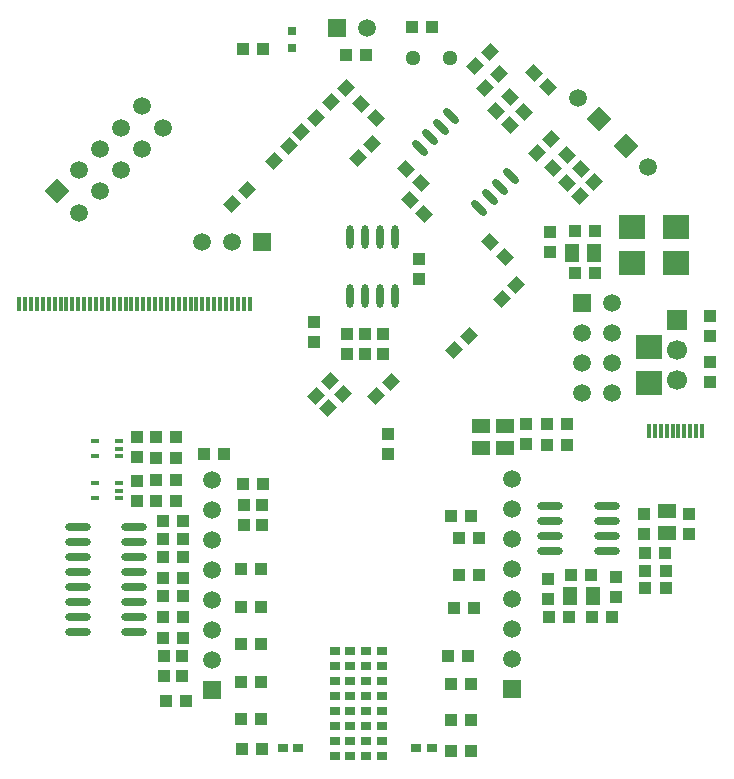
<source format=gbr>
%FSDAX24Y24*%
%MOIN*%
%SFA1B1*%

%IPPOS*%
%AMD13*
4,1,4,0.006900,-0.023600,0.023600,-0.006900,-0.006900,0.023600,-0.023600,0.006900,0.006900,-0.023600,0.0*
1,1,0.023600,0.015300,-0.015300*
1,1,0.023600,-0.015300,0.015300*
%
%AMD17*
4,1,4,-0.001300,0.029200,-0.029200,0.001300,0.001300,-0.029200,0.029200,-0.001300,-0.001300,0.029200,0.0*
%
%AMD18*
4,1,4,0.029200,0.001300,0.001300,0.029200,-0.029200,-0.001300,-0.001300,-0.029200,0.029200,0.001300,0.0*
%
%AMD36*
4,1,4,-0.041700,0.000000,0.000000,-0.041700,0.041700,0.000000,0.000000,0.041700,-0.041700,0.000000,0.0*
%
%AMD42*
4,1,4,0.000000,-0.041700,0.041700,0.000000,0.000000,0.041700,-0.041700,0.000000,0.000000,-0.041700,0.0*
%
%ADD10R,0.039400X0.043300*%
%ADD11R,0.043300X0.039400*%
%ADD12R,0.031500X0.031500*%
G04~CAMADD=13~3~0.0~0.0~236.0~669.0~0.0~0.0~0~0.0~0.0~0.0~0.0~0~0.0~0.0~0.0~0.0~0~0.0~0.0~0.0~225.0~540.0~540.0*
%ADD13D13*%
%ADD14O,0.023600X0.078700*%
%ADD15O,0.086600X0.023600*%
%ADD16R,0.027600X0.015700*%
G04~CAMADD=17~9~0.0~0.0~394.0~433.0~0.0~0.0~0~0.0~0.0~0.0~0.0~0~0.0~0.0~0.0~0.0~0~0.0~0.0~0.0~45.0~584.0~583.0*
%ADD17D17*%
G04~CAMADD=18~9~0.0~0.0~394.0~433.0~0.0~0.0~0~0.0~0.0~0.0~0.0~0~0.0~0.0~0.0~0.0~0~0.0~0.0~0.0~315.0~584.0~583.0*
%ADD18D18*%
%ADD19R,0.035400X0.027600*%
%ADD20R,0.059100X0.059100*%
%ADD21C,0.059100*%
%ADD22R,0.011800X0.049200*%
%ADD23R,0.013800X0.049200*%
%ADD24R,0.086600X0.078700*%
%ADD25R,0.051200X0.059100*%
%ADD26R,0.059100X0.051200*%
%ADD35C,0.059100*%
G04~CAMADD=36~10~0.0~590.4~0.0~0.0~0.0~0.0~0~0.0~0.0~0.0~0.0~0~0.0~0.0~0.0~0.0~0~0.0~0.0~0.0~135.0~590.4~0.0*
%ADD36D36*%
%ADD37C,0.051200*%
%ADD38R,0.059100X0.059100*%
%ADD39R,0.059100X0.059100*%
%ADD40R,0.066900X0.066900*%
%ADD41C,0.066900*%
G04~CAMADD=42~10~0.0~590.4~0.0~0.0~0.0~0.0~0~0.0~0.0~0.0~0.0~0~0.0~0.0~0.0~0.0~0~0.0~0.0~0.0~225.0~590.4~0.0*
%ADD42D42*%
%LNde-020717_pads_top-1*%
%LPD*%
G54D10*
X019450Y018435D03*
Y017765D03*
X019400Y006200D03*
Y006869D03*
X009250Y008665D03*
Y009335D03*
X013900Y015035D03*
Y014365D03*
X021650Y006935D03*
Y006265D03*
X006600Y004300D03*
Y003631D03*
X012700Y014365D03*
Y015035D03*
X013300Y014365D03*
Y015035D03*
X024800Y014105D03*
Y013435D03*
Y014965D03*
Y015635D03*
X015070Y017545D03*
Y016875D03*
X024100Y009028D03*
Y008359D03*
X022600Y009028D03*
Y008359D03*
X005690Y010145D03*
Y009475D03*
X007200Y003631D03*
Y004300D03*
X005690Y011595D03*
Y010925D03*
X014040Y011045D03*
Y011715D03*
X009850Y009335D03*
Y008665D03*
X011600Y015435D03*
Y014765D03*
X018650Y011365D03*
Y012035D03*
G54D11*
X023280Y007722D03*
X022610D03*
X020035Y012050D03*
X019365D03*
X020855Y005610D03*
X021525D03*
X006975Y010160D03*
X006305D03*
Y009460D03*
X006975D03*
X006565Y004900D03*
X007235D03*
X007215Y005600D03*
X006545D03*
X007235Y006300D03*
X006565D03*
X007235Y006900D03*
X006565D03*
X006975Y011610D03*
X006305D03*
X007235Y007600D03*
X006565D03*
X007235Y008200D03*
X006565D03*
X007235Y008800D03*
X006565D03*
X009215Y024550D03*
X009885D03*
X006305Y010910D03*
X006975D03*
X013335Y024350D03*
X012665D03*
X023305Y006560D03*
X022635D03*
X023305Y007140D03*
X022635D03*
X020963Y018454D03*
X020294D03*
X020963Y017060D03*
X020294D03*
X020085Y005600D03*
X019415D03*
X020835Y007000D03*
X020165D03*
X007335Y002800D03*
X006665D03*
X007915Y011050D03*
X008585D03*
X015525Y025260D03*
X014855D03*
X009185Y001220D03*
X009855D03*
X009165Y002200D03*
X009835D03*
X009165Y003450D03*
X009835D03*
X009165Y004700D03*
X009835D03*
X009165Y005950D03*
X009835D03*
X009165Y007200D03*
X009835D03*
X016835Y008974D03*
X016165D03*
X017085Y008250D03*
X016415D03*
X017085Y007000D03*
X016415D03*
X019365Y011350D03*
X020035D03*
X016935Y005920D03*
X016265D03*
X016735Y004300D03*
X016065D03*
X016835Y003379D03*
X016165D03*
X016835Y002164D03*
X016165D03*
X016835Y001150D03*
X016165D03*
X009885Y010050D03*
X009215D03*
G54D12*
X010850Y025145D03*
Y024555D03*
G54D13*
X017093Y019243D03*
X017446Y019596D03*
X017800Y019950D03*
X018154Y020304D03*
X015102Y021233D03*
X015456Y021587D03*
X015810Y021940D03*
X016163Y022294D03*
G54D14*
X012791Y016316D03*
X013291D03*
X013791D03*
X014291D03*
X012791Y018284D03*
X013291D03*
X013791D03*
X014291D03*
G54D15*
X019460Y009300D03*
Y008800D03*
Y008300D03*
Y007800D03*
X021350Y009300D03*
Y008800D03*
Y008300D03*
Y007800D03*
X005600Y005100D03*
Y005600D03*
Y006100D03*
Y006600D03*
Y007100D03*
Y007600D03*
Y008100D03*
Y008600D03*
X003710Y005100D03*
Y005600D03*
Y006100D03*
Y006600D03*
Y007100D03*
Y007600D03*
Y008100D03*
Y008600D03*
G54D16*
X005094Y009554D03*
Y009810D03*
Y010066D03*
X004286D03*
Y009554D03*
X005094Y010964D03*
Y011220D03*
Y011476D03*
X004286D03*
Y010964D03*
G54D17*
X018120Y021991D03*
X017647Y022464D03*
X019387Y023263D03*
X018913Y023737D03*
X020029Y020082D03*
X019556Y020555D03*
X013163Y022707D03*
X013637Y022233D03*
X015137Y020063D03*
X014663Y020537D03*
X018107Y022924D03*
X018580Y022450D03*
X020016Y021014D03*
X020489Y020541D03*
X017937Y017613D03*
X017463Y018087D03*
X015267Y019033D03*
X014793Y019507D03*
G54D18*
X020440Y019622D03*
X020913Y020095D03*
X011163Y021763D03*
X011637Y022237D03*
X017747Y023697D03*
X017273Y023223D03*
X019487Y021537D03*
X019013Y021063D03*
X017437Y024437D03*
X016963Y023963D03*
X016737Y014967D03*
X016263Y014493D03*
X013663Y012963D03*
X014137Y013437D03*
X012537Y013037D03*
X012063Y012563D03*
X012117Y013457D03*
X011643Y012983D03*
X018323Y016673D03*
X017850Y016200D03*
X012163Y022763D03*
X012637Y023237D03*
X010263Y020813D03*
X010737Y021287D03*
X008863Y019363D03*
X009337Y019837D03*
X013043Y020903D03*
X013517Y021377D03*
G54D19*
X012278Y004480D03*
X012790D03*
X013846D03*
X013334D03*
X012278Y003960D03*
X012790D03*
X012278Y003460D03*
X012790D03*
X012278Y002960D03*
X012790D03*
X012278Y002460D03*
X012790D03*
X012278Y001960D03*
X012790D03*
X012278Y001460D03*
X012790D03*
X012278Y000960D03*
X012790D03*
X011056Y001250D03*
X010544D03*
X014994D03*
X015506D03*
X013846Y000960D03*
X013334D03*
X013846Y001460D03*
X013334D03*
X013846Y001960D03*
X013334D03*
X013846Y002460D03*
X013334D03*
X013846Y002960D03*
X013334D03*
X013846Y003460D03*
X013334D03*
X013846Y003960D03*
X013334D03*
G54D20*
X009850Y018100D03*
G54D21*
X008850Y018100D03*
X007850D03*
G54D22*
X009437Y016050D03*
X009240D03*
X009043D03*
X008847D03*
X008650D03*
X008453D03*
X008256D03*
X008059D03*
X007862D03*
X007666D03*
X007469D03*
X007272D03*
X007075D03*
X006878D03*
X006681D03*
X006484D03*
X006288D03*
X006091D03*
X005894D03*
X005697D03*
X005500D03*
X005303D03*
X005106D03*
X004910D03*
X004713D03*
X004516D03*
X004319D03*
X004122D03*
X003925D03*
X003729D03*
X003532D03*
X003335D03*
X003138D03*
X002941D03*
X002744D03*
X002547D03*
X002351D03*
X002154D03*
X001957D03*
X001760D03*
G54D23*
X022748Y011800D03*
X022945D03*
X023142D03*
X023339D03*
X023536D03*
X023733D03*
X023929D03*
X024126D03*
X024323D03*
X024530D03*
G54D24*
X022750Y013409D03*
Y014591D03*
X023650Y017409D03*
Y018591D03*
X022200Y017409D03*
Y018591D03*
G54D25*
X020176Y017750D03*
X020924D03*
X020126Y006300D03*
X020874D03*
G54D26*
X023345Y008398D03*
Y009146D03*
X017950Y011226D03*
Y011974D03*
X017150Y011226D03*
Y011974D03*
G54D35*
X006564Y021914D03*
X005857Y022621D03*
Y021207D03*
X005150Y021914D03*
Y020500D03*
X004443Y021207D03*
Y019793D03*
X003736Y020500D03*
Y019086D03*
X013350Y025250D03*
X018200Y010200D03*
Y009200D03*
Y008200D03*
Y007200D03*
Y006200D03*
Y005200D03*
Y004200D03*
X008170Y010160D03*
Y009160D03*
Y008160D03*
Y007160D03*
Y006160D03*
Y005160D03*
Y004160D03*
X020393Y022907D03*
X022707Y020593D03*
X021530Y016060D03*
X020530Y015060D03*
X021530D03*
X020530Y014060D03*
X021530D03*
X020530Y013060D03*
X021530D03*
G54D36*
X003029Y019793D03*
G54D37*
X014890Y024250D03*
X016110D03*
G54D38*
X012350Y025250D03*
G54D39*
X018200Y003200D03*
X008170Y003160D03*
X020530Y016060D03*
G54D40*
X023700Y015500D03*
G54D41*
X023700Y014500D03*
Y013500D03*
G54D42*
X021100Y022200D03*
X022000Y021300D03*
M02*
</source>
